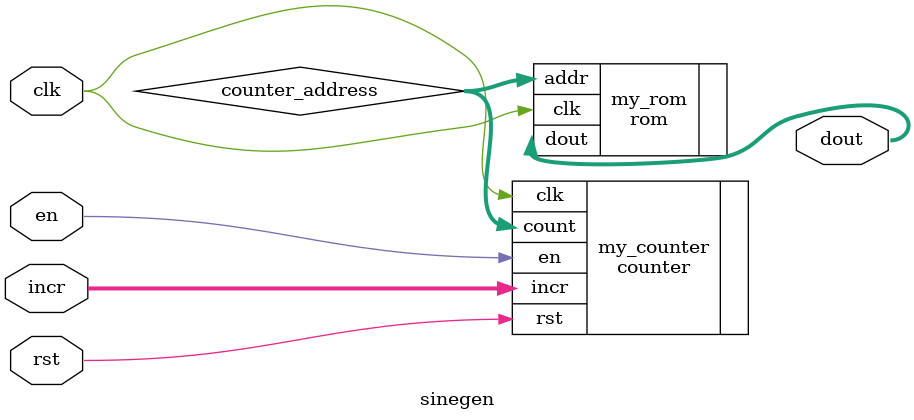
<source format=sv>
module sinegen(
    input logic [7:0] incr,
    input logic rst,
    input logic en,
    input logic clk,
    output logic [7:0] dout 
);

logic [7:0] counter_address;

counter my_counter(
    .clk(clk),
    .rst(rst),
    .en(en),
    .incr(incr),
    .count(counter_address)
);

rom my_rom(
    .clk(clk),
    .addr(counter_address),
    .dout(dout)
);

endmodule

</source>
